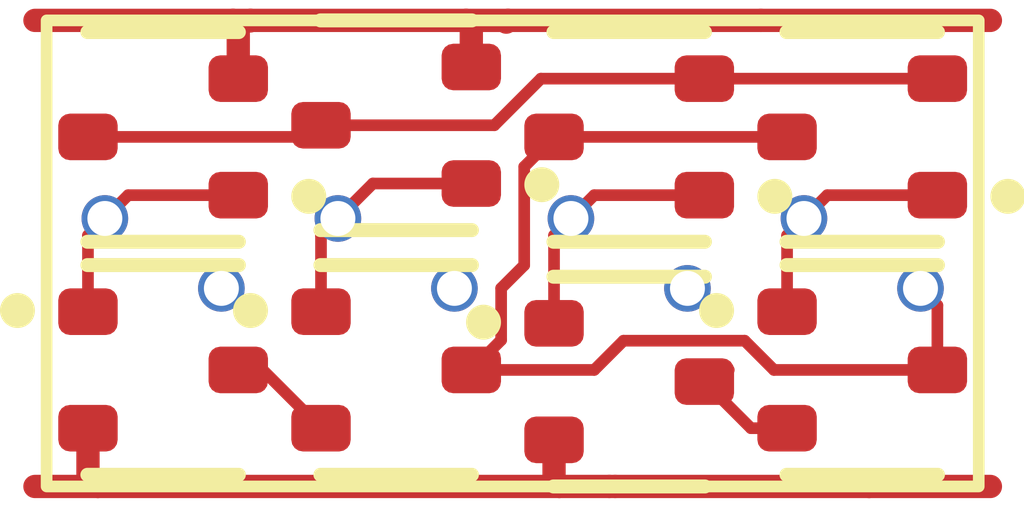
<source format=kicad_pcb>
(kicad_pcb (version 20241229) (generator "pcbnew") (generator_version "9.0")
  (layers (0 "F.Cu" signal) (2 "B.Cu" signal) (13 "F.Paste" user) (15 "B.Paste" user) (5 "F.SilkS" user "F.Silkscreen") (7 "B.SilkS" user "B.Silkscreen") (1 "F.Mask" user) (3 "B.Mask" user) (25 "Edge.Cuts" user))
  (net 0 "")
  (net 1 "intA")
  (net 2 "GND")
  (net 3 "A1")
  (net 4 "A2")
  (net 5 "Y")
  (net 6 "B1")
  (net 7 "intB")
  (net 8 "B2")
  (net 9 "intN")
  (net 10 "VDD")
  (footprint "Package_TO_SOT_SMD:SOT-523" (layer "F.Cu") (at 7 1 180)
    (property "Reference" "N4" (hide yes))
    (property "Value" "" (hide yes))
    (fp_line (start 0.65 0.9) (end -0.65 0.9) (stroke (width 0.12)) (layer "F.SilkS"))
    (fp_line (start 0.65 -0.9) (end -0.65 -0.9) (stroke (width 0.12)) (layer "F.SilkS"))
    (fp_circle (center -1.25 -0.51) (end -1.1 -0.51) (fill yes) (layer "F.SilkS"))
    (pad "1" smd roundrect (at -0.645 -0.5) (size 0.51 0.4) (layers "F.Cu" "F.Mask" "F.Paste") (net 8 "B2"))
    (pad "2" smd roundrect (at -0.645 0.5) (size 0.51 0.4) (layers "F.Cu" "F.Mask" "F.Paste") (net 9 "intN"))
    (pad "3" smd roundrect (at 0.645 0) (size 0.51 0.4) (layers "F.Cu" "F.Mask" "F.Paste") (net 5 "Y"))
  )
  (footprint "Package_TO_SOT_SMD:SOT-523" (layer "F.Cu") (at 7 3)
    (property "Reference" "P4" (hide yes))
    (property "Value" "" (hide yes))
    (fp_line (start 0.65 -0.9) (end -0.65 -0.9) (stroke (width 0.12)) (layer "F.SilkS"))
    (fp_line (start 0.65 0.9) (end -0.65 0.9) (stroke (width 0.12)) (layer "F.SilkS"))
    (fp_circle (center -1.25 -0.51) (end -1.1 -0.51) (fill yes) (layer "F.SilkS"))
    (pad "1" smd roundrect (at -0.645 -0.5 180) (size 0.51 0.4) (layers "F.Cu" "F.Mask" "F.Paste") (net 8 "B2"))
    (pad "2" smd roundrect (at -0.645 0.5 180) (size 0.51 0.4) (layers "F.Cu" "F.Mask" "F.Paste") (net 7 "intB"))
    (pad "3" smd roundrect (at 0.645 0 180) (size 0.51 0.4) (layers "F.Cu" "F.Mask" "F.Paste") (net 5 "Y"))
  )
  (footprint "Package_TO_SOT_SMD:SOT-523" (layer "F.Cu") (at 3 3)
    (property "Reference" "P2" (hide yes))
    (property "Value" "" (hide yes))
    (fp_line (start 0.65 -0.9) (end -0.65 -0.9) (stroke (width 0.12)) (layer "F.SilkS"))
    (fp_line (start 0.65 0.9) (end -0.65 0.9) (stroke (width 0.12)) (layer "F.SilkS"))
    (fp_circle (center -1.25 -0.51) (end -1.1 -0.51) (fill yes) (layer "F.SilkS"))
    (pad "1" smd roundrect (at -0.645 -0.5 180) (size 0.51 0.4) (layers "F.Cu" "F.Mask" "F.Paste") (net 4 "A2"))
    (pad "2" smd roundrect (at -0.645 0.5 180) (size 0.51 0.4) (layers "F.Cu" "F.Mask" "F.Paste") (net 1 "intA"))
    (pad "3" smd roundrect (at 0.645 0 180) (size 0.51 0.4) (layers "F.Cu" "F.Mask" "F.Paste") (net 5 "Y"))
  )
  (footprint "Package_TO_SOT_SMD:SOT-523" (layer "F.Cu") (at 1 3)
    (property "Reference" "P1" (hide yes))
    (property "Value" "" (hide yes))
    (fp_line (start 0.65 -0.9) (end -0.65 -0.9) (stroke (width 0.12)) (layer "F.SilkS"))
    (fp_line (start 0.65 0.9) (end -0.65 0.9) (stroke (width 0.12)) (layer "F.SilkS"))
    (fp_circle (center -1.25 -0.51) (end -1.1 -0.51) (fill yes) (layer "F.SilkS"))
    (pad "1" smd roundrect (at -0.645 -0.5 180) (size 0.51 0.4) (layers "F.Cu" "F.Mask" "F.Paste") (net 3 "A1"))
    (pad "2" smd roundrect (at -0.645 0.5 180) (size 0.51 0.4) (layers "F.Cu" "F.Mask" "F.Paste") (net 10 "VDD"))
    (pad "3" smd roundrect (at 0.645 0 180) (size 0.51 0.4) (layers "F.Cu" "F.Mask" "F.Paste") (net 1 "intA"))
  )
  (footprint "Package_TO_SOT_SMD:SOT-523" (layer "F.Cu") (at 5 3.1)
    (property "Reference" "P3" (hide yes))
    (property "Value" "" (hide yes))
    (fp_line (start 0.65 -0.9) (end -0.65 -0.9) (stroke (width 0.12)) (layer "F.SilkS"))
    (fp_line (start 0.65 0.9) (end -0.65 0.9) (stroke (width 0.12)) (layer "F.SilkS"))
    (fp_circle (center -1.25 -0.51) (end -1.1 -0.51) (fill yes) (layer "F.SilkS"))
    (pad "1" smd roundrect (at -0.645 -0.5 180) (size 0.51 0.4) (layers "F.Cu" "F.Mask" "F.Paste") (net 6 "B1"))
    (pad "2" smd roundrect (at -0.645 0.5 180) (size 0.51 0.4) (layers "F.Cu" "F.Mask" "F.Paste") (net 10 "VDD"))
    (pad "3" smd roundrect (at 0.645 0 180) (size 0.51 0.4) (layers "F.Cu" "F.Mask" "F.Paste") (net 7 "intB"))
  )
  (footprint "Package_TO_SOT_SMD:SOT-523" (layer "F.Cu") (at 1 1 180)
    (property "Reference" "N1" (hide yes))
    (property "Value" "" (hide yes))
    (fp_line (start 0.65 0.9) (end -0.65 0.9) (stroke (width 0.12)) (layer "F.SilkS"))
    (fp_line (start 0.65 -0.9) (end -0.65 -0.9) (stroke (width 0.12)) (layer "F.SilkS"))
    (fp_circle (center -1.25 -0.51) (end -1.1 -0.51) (fill yes) (layer "F.SilkS"))
    (pad "1" smd roundrect (at -0.645 -0.5) (size 0.51 0.4) (layers "F.Cu" "F.Mask" "F.Paste") (net 3 "A1"))
    (pad "2" smd roundrect (at -0.645 0.5) (size 0.51 0.4) (layers "F.Cu" "F.Mask" "F.Paste") (net 2 "GND"))
    (pad "3" smd roundrect (at 0.645 0) (size 0.51 0.4) (layers "F.Cu" "F.Mask" "F.Paste") (net 9 "intN"))
  )
  (footprint "Package_TO_SOT_SMD:SOT-523" (layer "F.Cu") (at 5 1 180)
    (property "Reference" "N3" (hide yes))
    (property "Value" "" (hide yes))
    (fp_line (start 0.65 0.9) (end -0.65 0.9) (stroke (width 0.12)) (layer "F.SilkS"))
    (fp_line (start 0.65 -0.9) (end -0.65 -0.9) (stroke (width 0.12)) (layer "F.SilkS"))
    (fp_circle (center -1.25 -0.51) (end -1.1 -0.51) (fill yes) (layer "F.SilkS"))
    (pad "1" smd roundrect (at -0.645 -0.5) (size 0.51 0.4) (layers "F.Cu" "F.Mask" "F.Paste") (net 6 "B1"))
    (pad "2" smd roundrect (at -0.645 0.5) (size 0.51 0.4) (layers "F.Cu" "F.Mask" "F.Paste") (net 9 "intN"))
    (pad "3" smd roundrect (at 0.645 0) (size 0.51 0.4) (layers "F.Cu" "F.Mask" "F.Paste") (net 5 "Y"))
  )
  (footprint "Package_TO_SOT_SMD:SOT-523" (layer "F.Cu") (at 3 0.9 180)
    (property "Reference" "N2" (hide yes))
    (property "Value" "" (hide yes))
    (fp_line (start 0.65 0.9) (end -0.65 0.9) (stroke (width 0.12)) (layer "F.SilkS"))
    (fp_line (start 0.65 -0.9) (end -0.65 -0.9) (stroke (width 0.12)) (layer "F.SilkS"))
    (fp_circle (center -1.25 -0.51) (end -1.1 -0.51) (fill yes) (layer "F.SilkS"))
    (pad "1" smd roundrect (at -0.645 -0.5) (size 0.51 0.4) (layers "F.Cu" "F.Mask" "F.Paste") (net 4 "A2"))
    (pad "2" smd roundrect (at -0.645 0.5) (size 0.51 0.4) (layers "F.Cu" "F.Mask" "F.Paste") (net 2 "GND"))
    (pad "3" smd roundrect (at 0.645 0) (size 0.51 0.4) (layers "F.Cu" "F.Mask" "F.Paste") (net 9 "intN"))
  )
  (gr_rect (start 0 0) (end 8 4) (stroke (width 0.1)) (fill no) (layer "F.SilkS"))
  (via (at 1.5 2.3) (size 0.4) (drill 0.3) (layers "F.Cu" "B.Cu") (net 0))
  (via (at 3.5 2.3) (size 0.4) (drill 0.3) (layers "F.Cu" "B.Cu") (net 0))
  (via (at 5.5 2.3) (size 0.4) (drill 0.3) (layers "F.Cu" "B.Cu") (net 0))
  (segment (start 1.645 3) (end 1.855 3) (width 0.1) (layer "F.Cu") (net 1))
  (segment (start 1.855 3) (end 2.355 3.5) (width 0.1) (layer "F.Cu") (net 1))
  (segment (start 3.6 0) (end 3.96 0) (width 0.2) (layer "F.Cu") (net 2))
  (segment (start 6.13 0) (end 8.1 0) (width 0.2) (layer "F.Cu") (net 2))
  (segment (start 1.645 0.045) (end 1.6 0) (width 0.2) (layer "F.Cu") (net 2))
  (segment (start 3.945 0.015) (end 3.96 0) (width 0.2) (layer "F.Cu") (net 2))
  (segment (start 3.96 0) (end 6.13 0) (width 0.2) (layer "F.Cu") (net 2))
  (segment (start 1.75 0) (end 3.6 0) (width 0.2) (layer "F.Cu") (net 2))
  (segment (start -0.1 0) (end 1.6 0) (width 0.2) (layer "F.Cu") (net 2))
  (segment (start 1.645 0.5) (end 1.645 0.045) (width 0.2) (layer "F.Cu") (net 2))
  (segment (start 3.645 0.4) (end 3.645 0.045) (width 0.2) (layer "F.Cu") (net 2))
  (segment (start 1.6 0) (end 1.75 0) (width 0.2) (layer "F.Cu") (net 2))
  (segment (start 3.645 0.045) (end 3.6 0) (width 0.2) (layer "F.Cu") (net 2))
  (segment (start 1.745 0.005) (end 1.75 0) (width 0.2) (layer "F.Cu") (net 2))
  (segment (start 0.7 1.5) (end 0.5 1.7) (width 0.1) (layer "F.Cu") (net 3))
  (segment (start 0.355 2.5) (end 0.355 1.845) (width 0.1) (layer "F.Cu") (net 3))
  (segment (start 1.645 1.5) (end 0.7 1.5) (width 0.1) (layer "F.Cu") (net 3))
  (segment (start 0.355 1.845) (end 0.5 1.7) (width 0.1) (layer "F.Cu") (net 3))
  (via (at 0.5 1.7) (size 0.4) (drill 0.3) (layers "F.Cu" "B.Cu") (net 3))
  (segment (start 2.8 1.4) (end 2.5 1.7) (width 0.1) (layer "F.Cu") (net 4))
  (segment (start 2.355 1.845) (end 2.5 1.7) (width 0.1) (layer "F.Cu") (net 4))
  (segment (start 3.645 1.4) (end 2.8 1.4) (width 0.1) (layer "F.Cu") (net 4))
  (segment (start 2.355 2.5) (end 2.355 1.845) (width 0.1) (layer "F.Cu") (net 4))
  (via (at 2.5 1.7) (size 0.4) (drill 0.3) (layers "F.Cu" "B.Cu") (net 4))
  (segment (start 4.7 3) (end 4.951 2.749) (width 0.1) (layer "F.Cu") (net 5))
  (segment (start 7.645 2.445) (end 7.5 2.3) (width 0.1) (layer "F.Cu") (net 5))
  (segment (start 4.099 2.101) (end 3.901 2.299) (width 0.1) (layer "F.Cu") (net 5))
  (segment (start 4.099 1.256) (end 4.099 2.101) (width 0.1) (layer "F.Cu") (net 5))
  (segment (start 7.645 3) (end 7.645 2.445) (width 0.1) (layer "F.Cu") (net 5))
  (segment (start 3.645 3) (end 4.7 3) (width 0.1) (layer "F.Cu") (net 5))
  (segment (start 5.991262 2.749) (end 6.242262 3) (width 0.1) (layer "F.Cu") (net 5))
  (segment (start 6.355 1) (end 4.355 1) (width 0.1) (layer "F.Cu") (net 5))
  (segment (start 6.242262 3) (end 7.645 3) (width 0.1) (layer "F.Cu") (net 5))
  (segment (start 3.901 2.744) (end 3.645 3) (width 0.1) (layer "F.Cu") (net 5))
  (segment (start 3.901 2.299) (end 3.901 2.744) (width 0.1) (layer "F.Cu") (net 5))
  (segment (start 4.355 1) (end 4.099 1.256) (width 0.1) (layer "F.Cu") (net 5))
  (segment (start 4.951 2.749) (end 5.991262 2.749) (width 0.1) (layer "F.Cu") (net 5))
  (via (at 7.5 2.3) (size 0.4) (drill 0.3) (layers "F.Cu" "B.Cu") (net 5))
  (segment (start 5.645 1.5) (end 4.7 1.5) (width 0.1) (layer "F.Cu") (net 6))
  (segment (start 4.7 1.5) (end 4.5 1.7) (width 0.1) (layer "F.Cu") (net 6))
  (segment (start 4.355 2.5) (end 4.355 1.845) (width 0.1) (layer "F.Cu") (net 6))
  (segment (start 4.355 1.845) (end 4.5 1.7) (width 0.1) (layer "F.Cu") (net 6))
  (via (at 4.5 1.7) (size 0.4) (drill 0.3) (layers "F.Cu" "B.Cu") (net 6))
  (segment (start 6.355 3.5) (end 6.045 3.5) (width 0.1) (layer "F.Cu") (net 7))
  (segment (start 5.645 3) (end 5.855 3) (width 0.1) (layer "F.Cu") (net 7))
  (segment (start 6.045 3.5) (end 5.645 3.1) (width 0.1) (layer "F.Cu") (net 7))
  (segment (start 6.355 2.5) (end 6.355 1.845) (width 0.1) (layer "F.Cu") (net 8))
  (segment (start 7.645 1.5) (end 6.7 1.5) (width 0.1) (layer "F.Cu") (net 8))
  (segment (start 6.355 1.845) (end 6.5 1.7) (width 0.1) (layer "F.Cu") (net 8))
  (segment (start 6.7 1.5) (end 6.5 1.7) (width 0.1) (layer "F.Cu") (net 8))
  (via (at 6.5 1.7) (size 0.4) (drill 0.3) (layers "F.Cu" "B.Cu") (net 8))
  (segment (start 2.255 1) (end 2.355 0.9) (width 0.1) (layer "F.Cu") (net 9))
  (segment (start 3.842262 0.9) (end 4.242262 0.5) (width 0.1) (layer "F.Cu") (net 9))
  (segment (start 5.645 0.5) (end 7.645 0.5) (width 0.1) (layer "F.Cu") (net 9))
  (segment (start 2.355 0.9) (end 3.842262 0.9) (width 0.1) (layer "F.Cu") (net 9))
  (segment (start 4.242262 0.5) (end 5.645 0.5) (width 0.1) (layer "F.Cu") (net 9))
  (segment (start 0.355 1) (end 2.255 1) (width 0.1) (layer "F.Cu") (net 9))
  (segment (start 4.88 4) (end 7.06 4) (width 0.2) (layer "F.Cu") (net 10))
  (segment (start -0.1 4) (end 0.44 4) (width 0.2) (layer "F.Cu") (net 10))
  (segment (start 7.06 4) (end 8.1 4) (width 0.2) (layer "F.Cu") (net 10))
  (segment (start 4.83 4) (end 4.88 4) (width 0.2) (layer "F.Cu") (net 10))
  (segment (start 4.355 3.6) (end 4.355 3.955) (width 0.2) (layer "F.Cu") (net 10))
  (segment (start 4.4 4) (end 4.83 4) (width 0.2) (layer "F.Cu") (net 10))
  (segment (start 0.355 3.5) (end 0.355 3.915) (width 0.2) (layer "F.Cu") (net 10))
  (segment (start 0.355 3.915) (end 0.44 4) (width 0.2) (layer "F.Cu") (net 10))
  (segment (start 4.355 3.955) (end 4.4 4) (width 0.2) (layer "F.Cu") (net 10))
  (segment (start 0.44 4) (end 4.4 4) (width 0.2) (layer "F.Cu") (net 10))
  (segment (start 7.055 4) (end 7.06 4) (width 0.2) (layer "F.Cu") (net 10))
)
</source>
